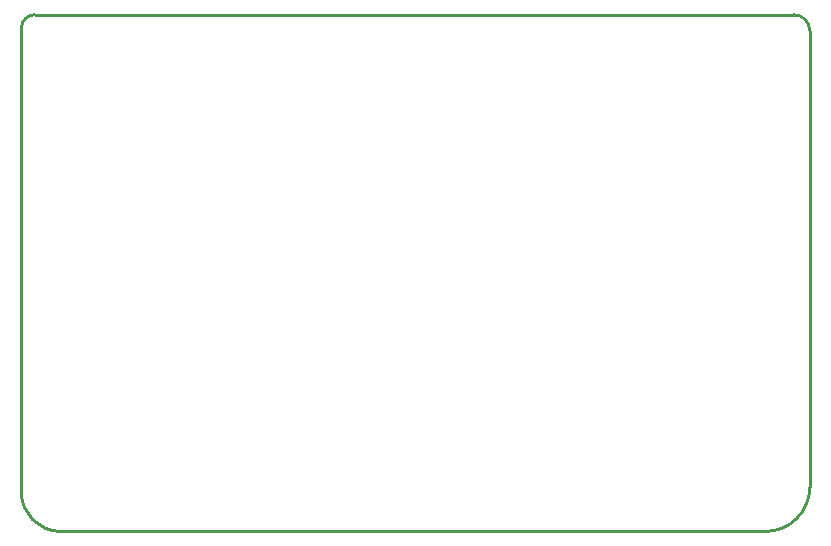
<source format=gko>
G04*
G04 #@! TF.GenerationSoftware,Altium Limited,Altium Designer,19.1.9 (167)*
G04*
G04 Layer_Color=16711935*
%FSLAX44Y44*%
%MOMM*%
G71*
G01*
G75*
%ADD27C,0.2540*%
D27*
X187500Y344385D02*
G03*
X176229Y333114I0J-11272D01*
G01*
Y-59708D02*
G03*
X209641Y-93120I33412J0D01*
G01*
X806176D02*
G03*
X843796Y-55500I0J37620D01*
G01*
Y331000D02*
G03*
X830411Y344385I-13385J0D01*
G01*
X187500D02*
X252387D01*
X176229Y304298D02*
Y333114D01*
Y-59708D02*
Y304298D01*
X209641Y-93120D02*
X806176D01*
X843796Y-55500D02*
Y331000D01*
X252387Y344385D02*
X830411Y344385D01*
M02*

</source>
